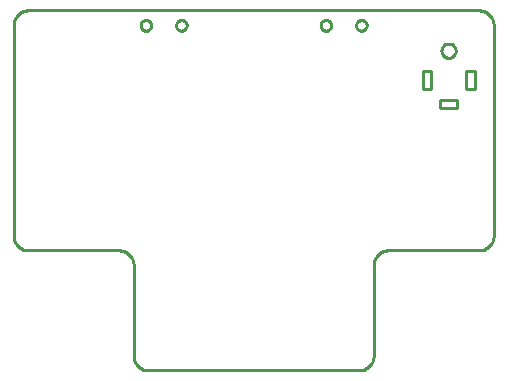
<source format=gbr>
G04 EAGLE Gerber RS-274X export*
G75*
%MOMM*%
%FSLAX34Y34*%
%LPD*%
%IN*%
%IPPOS*%
%AMOC8*
5,1,8,0,0,1.08239X$1,22.5*%
G01*
%ADD10C,0.254000*%


D10*
X495300Y304800D02*
X495348Y303693D01*
X495493Y302595D01*
X495733Y301513D01*
X496066Y300456D01*
X496490Y299433D01*
X497001Y298450D01*
X497597Y297516D01*
X498271Y296637D01*
X499020Y295820D01*
X499837Y295071D01*
X500716Y294397D01*
X501650Y293801D01*
X502633Y293290D01*
X503656Y292866D01*
X504713Y292533D01*
X505795Y292293D01*
X506893Y292148D01*
X508000Y292100D01*
X584200Y292100D01*
X585307Y292052D01*
X586405Y291907D01*
X587487Y291667D01*
X588544Y291334D01*
X589567Y290910D01*
X590550Y290399D01*
X591484Y289803D01*
X592363Y289129D01*
X593180Y288380D01*
X593929Y287563D01*
X594603Y286684D01*
X595199Y285750D01*
X595710Y284767D01*
X596134Y283744D01*
X596467Y282687D01*
X596707Y281605D01*
X596852Y280507D01*
X596900Y279400D01*
X596900Y203200D01*
X596948Y202093D01*
X597093Y200995D01*
X597333Y199913D01*
X597666Y198856D01*
X598090Y197833D01*
X598601Y196850D01*
X599197Y195916D01*
X599871Y195037D01*
X600620Y194220D01*
X601437Y193471D01*
X602316Y192797D01*
X603250Y192201D01*
X604233Y191690D01*
X605256Y191266D01*
X606313Y190933D01*
X607395Y190693D01*
X608493Y190548D01*
X609600Y190500D01*
X787400Y190500D01*
X788507Y190548D01*
X789605Y190693D01*
X790687Y190933D01*
X791744Y191266D01*
X792767Y191690D01*
X793750Y192201D01*
X794684Y192797D01*
X795563Y193471D01*
X796380Y194220D01*
X797129Y195037D01*
X797803Y195916D01*
X798399Y196850D01*
X798910Y197833D01*
X799334Y198856D01*
X799667Y199913D01*
X799907Y200995D01*
X800052Y202093D01*
X800100Y203200D01*
X800100Y279400D01*
X800148Y280507D01*
X800293Y281605D01*
X800533Y282687D01*
X800866Y283744D01*
X801290Y284767D01*
X801801Y285750D01*
X802397Y286684D01*
X803071Y287563D01*
X803820Y288380D01*
X804637Y289129D01*
X805516Y289803D01*
X806450Y290399D01*
X807433Y290910D01*
X808456Y291334D01*
X809513Y291667D01*
X810595Y291907D01*
X811693Y292052D01*
X812800Y292100D01*
X889000Y292100D01*
X890107Y292148D01*
X891205Y292293D01*
X892287Y292533D01*
X893344Y292866D01*
X894367Y293290D01*
X895350Y293801D01*
X896284Y294397D01*
X897163Y295071D01*
X897980Y295820D01*
X898729Y296637D01*
X899403Y297516D01*
X899999Y298450D01*
X900510Y299433D01*
X900934Y300456D01*
X901267Y301513D01*
X901507Y302595D01*
X901652Y303693D01*
X901700Y304800D01*
X901700Y482600D01*
X901652Y483707D01*
X901507Y484805D01*
X901267Y485887D01*
X900934Y486944D01*
X900510Y487967D01*
X899999Y488950D01*
X899403Y489884D01*
X898729Y490763D01*
X897980Y491580D01*
X897163Y492329D01*
X896284Y493003D01*
X895350Y493599D01*
X894367Y494110D01*
X893344Y494534D01*
X892287Y494867D01*
X891205Y495107D01*
X890107Y495252D01*
X889000Y495300D01*
X508000Y495300D01*
X506893Y495252D01*
X505795Y495107D01*
X504713Y494867D01*
X503656Y494534D01*
X502633Y494110D01*
X501650Y493599D01*
X500716Y493003D01*
X499837Y492329D01*
X499020Y491580D01*
X498271Y490763D01*
X497597Y489884D01*
X497001Y488950D01*
X496490Y487967D01*
X496066Y486944D01*
X495733Y485887D01*
X495493Y484805D01*
X495348Y483707D01*
X495300Y482600D01*
X495300Y304800D01*
X878600Y428700D02*
X885600Y428700D01*
X885600Y443700D01*
X878600Y443700D01*
X878600Y428700D01*
X856100Y412700D02*
X871100Y412700D01*
X871100Y419700D01*
X856100Y419700D01*
X856100Y412700D01*
X841600Y428700D02*
X848600Y428700D01*
X848600Y443700D01*
X841600Y443700D01*
X841600Y428700D01*
X863263Y467200D02*
X862593Y467125D01*
X861936Y466975D01*
X861300Y466752D01*
X860693Y466460D01*
X860123Y466101D01*
X859596Y465681D01*
X859119Y465204D01*
X858699Y464678D01*
X858340Y464107D01*
X858048Y463500D01*
X857825Y462864D01*
X857675Y462207D01*
X857600Y461537D01*
X857600Y460863D01*
X857675Y460193D01*
X857825Y459536D01*
X858048Y458900D01*
X858340Y458293D01*
X858699Y457723D01*
X859119Y457196D01*
X859596Y456719D01*
X860123Y456299D01*
X860693Y455940D01*
X861300Y455648D01*
X861936Y455425D01*
X862593Y455275D01*
X863263Y455200D01*
X863937Y455200D01*
X864607Y455275D01*
X865264Y455425D01*
X865900Y455648D01*
X866507Y455940D01*
X867078Y456299D01*
X867604Y456719D01*
X868081Y457196D01*
X868501Y457723D01*
X868860Y458293D01*
X869152Y458900D01*
X869375Y459536D01*
X869525Y460193D01*
X869600Y460863D01*
X869600Y461537D01*
X869525Y462207D01*
X869375Y462864D01*
X869152Y463500D01*
X868860Y464107D01*
X868501Y464678D01*
X868081Y465204D01*
X867604Y465681D01*
X867078Y466101D01*
X866507Y466460D01*
X865900Y466752D01*
X865264Y466975D01*
X864607Y467125D01*
X863937Y467200D01*
X863263Y467200D01*
X785200Y482305D02*
X785277Y481720D01*
X785430Y481150D01*
X785655Y480605D01*
X785950Y480095D01*
X786309Y479627D01*
X786727Y479209D01*
X787195Y478850D01*
X787705Y478555D01*
X788250Y478330D01*
X788820Y478177D01*
X789405Y478100D01*
X789995Y478100D01*
X790580Y478177D01*
X791150Y478330D01*
X791695Y478555D01*
X792205Y478850D01*
X792673Y479209D01*
X793091Y479627D01*
X793450Y480095D01*
X793745Y480605D01*
X793970Y481150D01*
X794123Y481720D01*
X794200Y482305D01*
X794200Y482895D01*
X794123Y483480D01*
X793970Y484050D01*
X793745Y484595D01*
X793450Y485105D01*
X793091Y485573D01*
X792673Y485991D01*
X792205Y486350D01*
X791695Y486645D01*
X791150Y486870D01*
X790580Y487023D01*
X789995Y487100D01*
X789405Y487100D01*
X788820Y487023D01*
X788250Y486870D01*
X787705Y486645D01*
X787195Y486350D01*
X786727Y485991D01*
X786309Y485573D01*
X785950Y485105D01*
X785655Y484595D01*
X785430Y484050D01*
X785277Y483480D01*
X785200Y482895D01*
X785200Y482305D01*
X755200Y482305D02*
X755277Y481720D01*
X755430Y481150D01*
X755655Y480605D01*
X755950Y480095D01*
X756309Y479627D01*
X756727Y479209D01*
X757195Y478850D01*
X757705Y478555D01*
X758250Y478330D01*
X758820Y478177D01*
X759405Y478100D01*
X759995Y478100D01*
X760580Y478177D01*
X761150Y478330D01*
X761695Y478555D01*
X762205Y478850D01*
X762673Y479209D01*
X763091Y479627D01*
X763450Y480095D01*
X763745Y480605D01*
X763970Y481150D01*
X764123Y481720D01*
X764200Y482305D01*
X764200Y482895D01*
X764123Y483480D01*
X763970Y484050D01*
X763745Y484595D01*
X763450Y485105D01*
X763091Y485573D01*
X762673Y485991D01*
X762205Y486350D01*
X761695Y486645D01*
X761150Y486870D01*
X760580Y487023D01*
X759995Y487100D01*
X759405Y487100D01*
X758820Y487023D01*
X758250Y486870D01*
X757705Y486645D01*
X757195Y486350D01*
X756727Y485991D01*
X756309Y485573D01*
X755950Y485105D01*
X755655Y484595D01*
X755430Y484050D01*
X755277Y483480D01*
X755200Y482895D01*
X755200Y482305D01*
X632800Y482305D02*
X632877Y481720D01*
X633030Y481150D01*
X633255Y480605D01*
X633550Y480095D01*
X633909Y479627D01*
X634327Y479209D01*
X634795Y478850D01*
X635305Y478555D01*
X635850Y478330D01*
X636420Y478177D01*
X637005Y478100D01*
X637595Y478100D01*
X638180Y478177D01*
X638750Y478330D01*
X639295Y478555D01*
X639805Y478850D01*
X640273Y479209D01*
X640691Y479627D01*
X641050Y480095D01*
X641345Y480605D01*
X641570Y481150D01*
X641723Y481720D01*
X641800Y482305D01*
X641800Y482895D01*
X641723Y483480D01*
X641570Y484050D01*
X641345Y484595D01*
X641050Y485105D01*
X640691Y485573D01*
X640273Y485991D01*
X639805Y486350D01*
X639295Y486645D01*
X638750Y486870D01*
X638180Y487023D01*
X637595Y487100D01*
X637005Y487100D01*
X636420Y487023D01*
X635850Y486870D01*
X635305Y486645D01*
X634795Y486350D01*
X634327Y485991D01*
X633909Y485573D01*
X633550Y485105D01*
X633255Y484595D01*
X633030Y484050D01*
X632877Y483480D01*
X632800Y482895D01*
X632800Y482305D01*
X602800Y482305D02*
X602877Y481720D01*
X603030Y481150D01*
X603255Y480605D01*
X603550Y480095D01*
X603909Y479627D01*
X604327Y479209D01*
X604795Y478850D01*
X605305Y478555D01*
X605850Y478330D01*
X606420Y478177D01*
X607005Y478100D01*
X607595Y478100D01*
X608180Y478177D01*
X608750Y478330D01*
X609295Y478555D01*
X609805Y478850D01*
X610273Y479209D01*
X610691Y479627D01*
X611050Y480095D01*
X611345Y480605D01*
X611570Y481150D01*
X611723Y481720D01*
X611800Y482305D01*
X611800Y482895D01*
X611723Y483480D01*
X611570Y484050D01*
X611345Y484595D01*
X611050Y485105D01*
X610691Y485573D01*
X610273Y485991D01*
X609805Y486350D01*
X609295Y486645D01*
X608750Y486870D01*
X608180Y487023D01*
X607595Y487100D01*
X607005Y487100D01*
X606420Y487023D01*
X605850Y486870D01*
X605305Y486645D01*
X604795Y486350D01*
X604327Y485991D01*
X603909Y485573D01*
X603550Y485105D01*
X603255Y484595D01*
X603030Y484050D01*
X602877Y483480D01*
X602800Y482895D01*
X602800Y482305D01*
M02*

</source>
